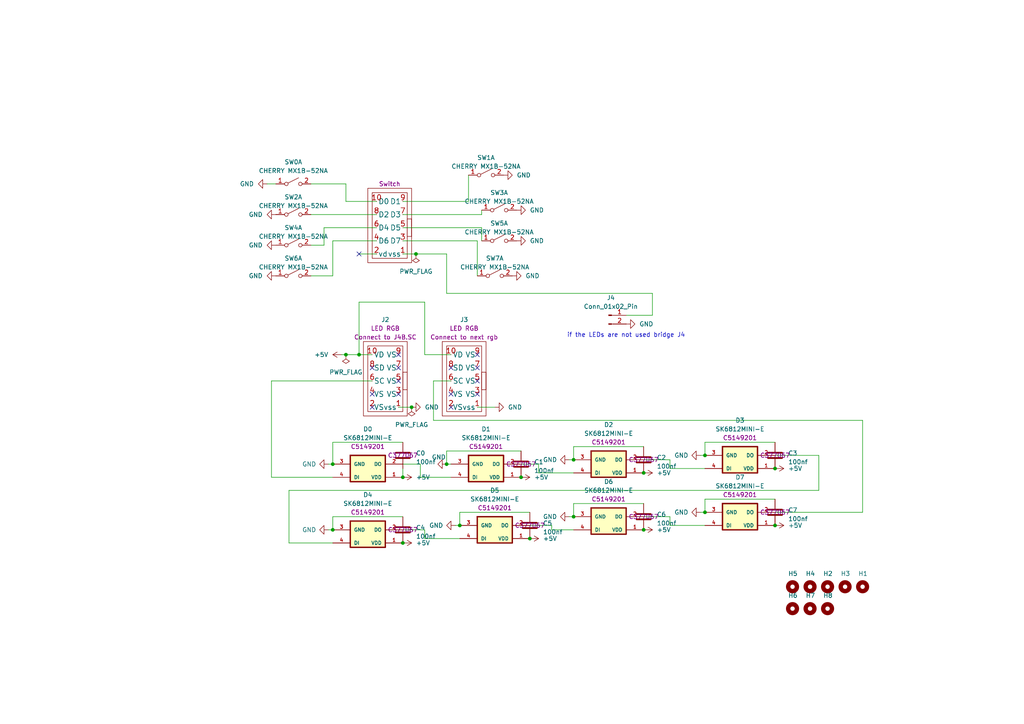
<source format=kicad_sch>
(kicad_sch (version 20231120) (generator "eeschema") (generator_version "8.0")
  (paper "A4")
  (lib_symbols
    (symbol "Connector:Conn_01x02_Pin" (pin_names (offset 1.016) hide)
      (property "Reference" "J" (at 0 2.54 0))
      (property "Value" "Conn_01x02_Pin" (at 0 -5.08 0))
      (symbol "Conn_01x02_Pin_1_1"
        (polyline (pts (xy 1.27 -2.54) (xy 0.8636 -2.54)) (stroke (width 0.1524)))
        (polyline (pts (xy 1.27 0) (xy 0.8636 0)) (stroke (width 0.1524)))
        (rectangle (start 0.8636 -2.413) (end 0 -2.667) (stroke (width 0.1524)) (fill (type outline)))
        (rectangle (start 0.8636 0.127) (end 0 -0.127) (stroke (width 0.1524)) (fill (type outline)))
        (pin passive line (at 5.08 0 180) (length 3.81) (name "Pin_1") (number "1"))
        (pin passive line (at 5.08 -2.54 180) (length 3.81) (name "Pin_2") (number "2"))
      )
    )
    (symbol "IDC-Header_2x05_P2.54mm_Vertical_1"
      (property "Reference" "J2" (at 0 17.78 0))
      (property "Champ4" "LED RGB" (at 0 15.24 0))
      (property "Champ5" "Connect to J4B.SC" (at 0 12.7 0))
      (symbol "IDC-Header_2x05_P2.54mm_Vertical_1_0_1"
        (rectangle (start -6.35 -10.16) (end 6.35 11.43))
        (rectangle (start -5.08 -8.89) (end 5.08 10.16))
        (rectangle (start 5.08 -2.54) (end 6.35 2.54))
      )
      (symbol "IDC-Header_2x05_P2.54mm_Vertical_1_1_1"
        (pin passive line (at 3.81 -7.62 180) (length 0) (name "vss") (number "1"))
        (pin passive line (at -3.81 7.62 0) (length 0) (name "VD") (number "10"))
        (pin passive line (at -3.81 -7.62 0) (length 0) (name "VS") (number "2"))
        (pin passive line (at 3.81 -3.81 180) (length 0) (name "VS") (number "3"))
        (pin passive line (at -3.81 -3.81 0) (length 0) (name "VS") (number "4"))
        (pin passive line (at 3.81 0 180) (length 0) (name "VS") (number "5"))
        (pin passive line (at -3.81 0 0) (length 0) (name "SC") (number "6"))
        (pin passive line (at 3.81 3.81 180) (length 0) (name "VS") (number "7"))
        (pin passive line (at -3.81 3.81 0) (length 0) (name "SD") (number "8"))
        (pin passive line (at 3.81 7.62 180) (length 0) (name "VS") (number "9"))
      )
    )
    (symbol "Mechanical:MountingHole" (pin_names (offset 1.016))
      (property "Reference" "H" (at 0 5.08 0))
      (property "Value" "MountingHole" (at 0 3.175 0))
      (symbol "MountingHole_0_1"
        (circle (center 0 0) (radius 1.27) (stroke (width 1.27)))
      )
    )
    (symbol "Switch:SW_DPST_x2" (pin_names (offset 0) hide)
      (property "Reference" "SW" (at 0 3.175 0))
      (property "Value" "SW_DPST_x2" (at 0 -2.54 0))
      (symbol "SW_DPST_x2_0_0"
        (circle (center -2.032 0) (radius 0.508))
        (polyline (pts (xy -1.524 0.254) (xy 1.524 1.778)))
        (circle (center 2.032 0) (radius 0.508))
      )
      (symbol "SW_DPST_x2_1_1"
        (pin passive line (at -5.08 0 0) (length 2.54) (name "A") (number "1"))
        (pin passive line (at 5.08 0 180) (length 2.54) (name "B") (number "2"))
      )
      (symbol "SW_DPST_x2_2_1"
        (pin passive line (at -5.08 0 0) (length 2.54) (name "A") (number "3"))
        (pin passive line (at 5.08 0 180) (length 2.54) (name "B") (number "4"))
      )
    )
    (symbol "ksir:SK6812MINI" (pin_names (offset 1.016))
      (property "Reference" "D1" (at 0 8.89 0))
      (property "Value" "SK6812MINI" (at 0 6.35 0))
      (property "JLCPCB Part #" "C2976072" (at 0 0 0))
      (symbol "SK6812MINI_0_0"
        (rectangle (start -5.08 3.81) (end 5.08 -3.81) (stroke (width 0.4064)) (fill (type background)))
      )
      (symbol "SK6812MINI_1_0"
        (pin power_in line (at 10.16 -2.54 180) (length 5.08) (name "VDD") (number "1"))
        (pin output line (at 10.16 1.27 180) (length 5.08) (name "DO") (number "2"))
        (pin power_in line (at -10.16 1.27 0) (length 5.08) (name "GND") (number "3"))
        (pin input line (at -10.16 -2.54 0) (length 5.08) (name "DI") (number "4"))
      )
    )
    (symbol "ksir_2023:C-100nf" (pin_numbers hide) (pin_names (offset 0.254))
      (property "Reference" "C1" (at 3.81 1.2701 0))
      (property "Value" "100nf" (at 3.81 -1.2699 0))
      (symbol "C-100nf_0_1"
        (polyline (pts (xy -2.032 -0.762) (xy 2.032 -0.762)) (stroke (width 0.508)))
        (polyline (pts (xy -2.032 0.762) (xy 2.032 0.762)) (stroke (width 0.508)))
      )
      (symbol "C-100nf_1_1"
        (pin passive line (at 0 3.81 270) (length 2.794) (name "~") (number "1"))
        (pin passive line (at 0 -3.81 90) (length 2.794) (name "~") (number "2"))
      )
    )
    (symbol "ksir_2023:IDC-Header_2x05_P2.54mm_Vertical"
      (property "Reference" "J?" (at 0 16.51 0))
      (property "Value" "IDC-Header_2x05_P2.54mm_Vertical" (at 0 13.97 0))
      (symbol "IDC-Header_2x05_P2.54mm_Vertical_0_1"
        (rectangle (start -6.35 -10.16) (end 6.35 11.43))
        (rectangle (start -5.08 -8.89) (end 5.08 10.16))
        (rectangle (start 5.08 -2.54) (end 6.35 2.54))
      )
      (symbol "IDC-Header_2x05_P2.54mm_Vertical_1_1"
        (pin passive line (at 3.81 -7.62 180) (length 0) (name "vss") (number "1"))
        (pin passive line (at -3.81 7.62 0) (length 0) (name "D0") (number "10"))
        (pin passive line (at -3.81 -7.62 0) (length 0) (name "vd") (number "2"))
        (pin passive line (at 3.81 -3.81 180) (length 0) (name "D7") (number "3"))
        (pin passive line (at -3.81 -3.81 0) (length 0) (name "D6") (number "4"))
        (pin passive line (at 3.81 0 180) (length 0) (name "D5") (number "5"))
        (pin passive line (at -3.81 0 0) (length 0) (name "D4") (number "6"))
        (pin passive line (at 3.81 3.81 180) (length 0) (name "D3") (number "7"))
        (pin passive line (at -3.81 3.81 0) (length 0) (name "D2") (number "8"))
        (pin passive line (at 3.81 7.62 180) (length 0) (name "D1") (number "9"))
      )
    )
    (symbol "power:+5V" (power) (pin_names (offset 0))
      (property "Value" "+5V" (at 0 3.556 0))
      (symbol "+5V_0_1"
        (polyline (pts (xy -0.762 1.27) (xy 0 2.54)))
        (polyline (pts (xy 0 0) (xy 0 2.54)))
        (polyline (pts (xy 0 2.54) (xy 0.762 1.27)))
      )
      (symbol "+5V_1_1"
        (pin power_in line (at 0 0 90) (length 0) hide (name "+5V") (number "1"))
      )
    )
    (symbol "power:GND" (power) (pin_names (offset 0))
      (property "Value" "GND" (at 0 -3.81 0))
      (symbol "GND_0_1"
        (polyline (pts (xy 0 0) (xy 0 -1.27) (xy 1.27 -1.27) (xy 0 -2.54) (xy -1.27 -1.27) (xy 0 -1.27)))
      )
      (symbol "GND_1_1"
        (pin power_in line (at 0 0 270) (length 0) hide (name "GND") (number "1"))
      )
    )
    (symbol "power:PWR_FLAG" (power) (pin_numbers hide) (pin_names (offset 0) hide)
      (property "Value" "PWR_FLAG" (at 0 3.81 0))
      (symbol "PWR_FLAG_0_0"
        (pin power_out line (at 0 0 90) (length 0) (name "pwr") (number "1"))
      )
      (symbol "PWR_FLAG_0_1"
        (polyline (pts (xy 0 0) (xy 0 1.27) (xy -1.016 1.905) (xy 0 2.54) (xy 1.016 1.905) (xy 0 1.27)))
      )
    )
  )
  (junction (at 119.38 118.11))
  (junction (at 129.54 134.62))
  (junction (at 104.14 102.87))
  (junction (at 133.35 152.4))
  (junction (at 153.67 156.21))
  (junction (at 100.33 102.87))
  (junction (at 96.52 134.62))
  (junction (at 166.37 149.86))
  (junction (at 224.79 135.89))
  (junction (at 116.84 138.43))
  (junction (at 186.69 153.67))
  (junction (at 96.52 153.67))
  (junction (at 186.69 137.16))
  (junction (at 116.84 157.48))
  (junction (at 166.37 133.35))
  (junction (at 224.79 152.4))
  (junction (at 204.47 148.59))
  (junction (at 120.65 73.66))
  (junction (at 151.13 138.43))
  (junction (at 204.47 132.08))
  (no_connect (at 115.57 102.87))
  (no_connect (at 138.43 102.87))
  (no_connect (at 107.95 106.68))
  (no_connect (at 115.57 114.3))
  (no_connect (at 115.57 110.49))
  (no_connect (at 104.14 73.66))
  (no_connect (at 138.43 114.3))
  (no_connect (at 115.57 106.68))
  (no_connect (at 130.81 118.11))
  (no_connect (at 138.43 110.49))
  (no_connect (at 130.81 106.68))
  (no_connect (at 138.43 106.68))
  (no_connect (at 107.95 114.3))
  (no_connect (at 130.81 114.3))
  (no_connect (at 107.95 118.11))
  (wire (pts (xy 95.25 153.67) (xy 96.52 153.67)))
  (wire (pts (xy 224.79 128.27) (xy 204.47 128.27)))
  (wire (pts (xy 100.33 58.42) (xy 100.33 53.34)))
  (wire (pts (xy 166.37 129.54) (xy 166.37 133.35)))
  (wire (pts (xy 194.31 149.86) (xy 194.31 152.4)))
  (wire (pts (xy 130.81 102.87) (xy 123.19 102.87)))
  (wire (pts (xy 78.74 110.49) (xy 78.74 138.43)))
  (wire (pts (xy 224.79 148.59) (xy 250.19 148.59)))
  (wire (pts (xy 104.14 102.87) (xy 107.95 102.87)))
  (wire (pts (xy 100.33 53.34) (xy 90.17 53.34)))
  (wire (pts (xy 83.82 142.24) (xy 83.82 157.48)))
  (wire (pts (xy 194.31 152.4) (xy 204.47 152.4)))
  (wire (pts (xy 104.14 87.63) (xy 104.14 102.87)))
  (wire (pts (xy 151.13 130.81) (xy 129.54 130.81)))
  (wire (pts (xy 138.43 69.85) (xy 138.43 80.01)))
  (wire (pts (xy 186.69 129.54) (xy 166.37 129.54)))
  (wire (pts (xy 153.67 152.4) (xy 160.02 152.4)))
  (wire (pts (xy 203.2 132.08) (xy 204.47 132.08)))
  (wire (pts (xy 96.52 128.27) (xy 96.52 134.62)))
  (wire (pts (xy 160.02 153.67) (xy 166.37 153.67)))
  (wire (pts (xy 160.02 152.4) (xy 160.02 153.67)))
  (wire (pts (xy 116.84 66.04) (xy 139.7 66.04)))
  (wire (pts (xy 116.84 135.89) (xy 116.84 138.43)))
  (wire (pts (xy 204.47 128.27) (xy 204.47 132.08)))
  (wire (pts (xy 166.37 146.05) (xy 166.37 149.86)))
  (wire (pts (xy 119.38 118.11) (xy 115.57 118.11)))
  (wire (pts (xy 90.17 80.01) (xy 96.52 80.01)))
  (wire (pts (xy 123.19 102.87) (xy 123.19 87.63)))
  (wire (pts (xy 99.06 102.87) (xy 100.33 102.87)))
  (wire (pts (xy 129.54 73.66) (xy 129.54 85.09)))
  (wire (pts (xy 77.47 53.34) (xy 80.01 53.34)))
  (wire (pts (xy 125.73 121.92) (xy 125.73 110.49)))
  (wire (pts (xy 139.7 66.04) (xy 139.7 69.85)))
  (wire (pts (xy 189.23 91.44) (xy 181.61 91.44)))
  (wire (pts (xy 125.73 110.49) (xy 130.81 110.49)))
  (wire (pts (xy 156.21 137.16) (xy 166.37 137.16)))
  (wire (pts (xy 203.2 148.59) (xy 204.47 148.59)))
  (wire (pts (xy 153.67 148.59) (xy 133.35 148.59)))
  (wire (pts (xy 133.35 148.59) (xy 133.35 152.4)))
  (wire (pts (xy 186.69 146.05) (xy 166.37 146.05)))
  (wire (pts (xy 83.82 157.48) (xy 96.52 157.48)))
  (wire (pts (xy 120.65 73.66) (xy 129.54 73.66)))
  (wire (pts (xy 123.19 87.63) (xy 104.14 87.63)))
  (wire (pts (xy 116.84 149.86) (xy 96.52 149.86)))
  (wire (pts (xy 96.52 80.01) (xy 96.52 69.85)))
  (wire (pts (xy 116.84 134.62) (xy 121.92 134.62)))
  (wire (pts (xy 95.25 134.62) (xy 96.52 134.62)))
  (wire (pts (xy 93.98 66.04) (xy 109.22 66.04)))
  (wire (pts (xy 100.33 102.87) (xy 104.14 102.87)))
  (wire (pts (xy 186.69 133.35) (xy 194.31 133.35)))
  (wire (pts (xy 194.31 135.89) (xy 204.47 135.89)))
  (wire (pts (xy 143.51 118.11) (xy 138.43 118.11)))
  (wire (pts (xy 123.19 156.21) (xy 133.35 156.21)))
  (wire (pts (xy 109.22 58.42) (xy 100.33 58.42)))
  (wire (pts (xy 151.13 134.62) (xy 156.21 134.62)))
  (wire (pts (xy 123.19 153.67) (xy 123.19 156.21)))
  (wire (pts (xy 96.52 69.85) (xy 109.22 69.85)))
  (wire (pts (xy 189.23 85.09) (xy 189.23 91.44)))
  (wire (pts (xy 78.74 138.43) (xy 96.52 138.43)))
  (wire (pts (xy 186.69 149.86) (xy 194.31 149.86)))
  (wire (pts (xy 129.54 134.62) (xy 130.81 134.62)))
  (wire (pts (xy 120.65 73.66) (xy 116.84 73.66)))
  (wire (pts (xy 116.84 62.23) (xy 139.7 62.23)))
  (wire (pts (xy 237.49 142.24) (xy 83.82 142.24)))
  (wire (pts (xy 250.19 121.92) (xy 125.73 121.92)))
  (wire (pts (xy 224.79 144.78) (xy 204.47 144.78)))
  (wire (pts (xy 237.49 132.08) (xy 237.49 142.24)))
  (wire (pts (xy 121.92 138.43) (xy 130.81 138.43)))
  (wire (pts (xy 194.31 133.35) (xy 194.31 135.89)))
  (wire (pts (xy 116.84 58.42) (xy 135.89 58.42)))
  (wire (pts (xy 204.47 144.78) (xy 204.47 148.59)))
  (wire (pts (xy 165.1 149.86) (xy 166.37 149.86)))
  (wire (pts (xy 116.84 153.67) (xy 123.19 153.67)))
  (wire (pts (xy 224.79 132.08) (xy 237.49 132.08)))
  (wire (pts (xy 116.84 128.27) (xy 96.52 128.27)))
  (wire (pts (xy 250.19 148.59) (xy 250.19 121.92)))
  (wire (pts (xy 90.17 62.23) (xy 109.22 62.23)))
  (wire (pts (xy 139.7 62.23) (xy 139.7 60.96)))
  (wire (pts (xy 121.92 134.62) (xy 121.92 138.43)))
  (wire (pts (xy 129.54 85.09) (xy 189.23 85.09)))
  (wire (pts (xy 107.95 110.49) (xy 78.74 110.49)))
  (wire (pts (xy 135.89 58.42) (xy 135.89 50.8)))
  (wire (pts (xy 116.84 69.85) (xy 138.43 69.85)))
  (wire (pts (xy 132.08 152.4) (xy 133.35 152.4)))
  (wire (pts (xy 96.52 149.86) (xy 96.52 153.67)))
  (wire (pts (xy 156.21 134.62) (xy 156.21 137.16)))
  (wire (pts (xy 90.17 71.12) (xy 93.98 71.12)))
  (wire (pts (xy 129.54 130.81) (xy 129.54 134.62)))
  (wire (pts (xy 104.14 73.66) (xy 109.22 73.66)))
  (wire (pts (xy 93.98 71.12) (xy 93.98 66.04)))
  (wire (pts (xy 165.1 133.35) (xy 166.37 133.35)))
  (text "if the LEDs are not used bridge J4" (at 181.61 97.282 0) (effects (font (size 1.27 1.27))))
  (symbol (lib_id "power:PWR_FLAG") (at 120.65 73.66 180) (unit 1)
    (property "Reference" "#FLG02" (effects (hide yes)))
    (property "Value" "PWR_FLAG" (at 120.65 78.74 0))
  )
  (symbol (lib_id "Switch:SW_DPST_x2") (at 140.97 50.8 0) (unit 1)
    (property "Reference" "SW1" (at 140.97 45.72 0))
    (property "Value" "CHERRY MX1B-52NA" (at 140.97 48.26 0))
    (property "Footprint" "ksir 2022:SW_Alps_Matias_1.00u_cherry_LP" (effects (hide yes)))
  )
  (symbol (lib_id "Connector:Conn_01x02_Pin") (at 176.53 91.44 0) (unit 1)
    (property "Reference" "J4" (at 177.165 86.36 0))
    (property "Value" "Conn_01x02_Pin" (at 177.165 88.9 0))
    (property "Footprint" "Connector_PinHeader_2.54mm:PinHeader_1x02_P2.54mm_Vertical" (effects (hide yes)))
    (property "Description" "Generic connector, single row, 01x02, script generated" (effects (hide yes)))
  )
  (symbol (lib_id "ksir:SK6812MINI") (at 176.53 151.13 0) (unit 1)
    (property "Reference" "D6" (at 176.53 139.7 0))
    (property "Value" "SK6812MINI-E" (at 176.53 142.24 0))
    (property "Footprint" "ksir 2022:SK6812-MINI-E" (effects (hide yes)))
    (property "STANDARD" "Manufacturer Recommendations" (effects (hide yes)))
    (property "MANUFACTURER" "Worldsemi" (effects (hide yes)))
    (property "JLCPCB Part #" "C5149201" (at 176.53 144.78 0))
  )
  (symbol (lib_id "ksir:SK6812MINI") (at 176.53 134.62 0) (unit 1)
    (property "Reference" "D2" (at 176.53 123.19 0))
    (property "Value" "SK6812MINI-E" (at 176.53 125.73 0))
    (property "Footprint" "ksir 2022:SK6812-MINI-E" (effects (hide yes)))
    (property "STANDARD" "Manufacturer Recommendations" (effects (hide yes)))
    (property "MANUFACTURER" "Worldsemi" (effects (hide yes)))
    (property "JLCPCB Part #" "C5149201" (at 176.53 128.27 0))
  )
  (symbol (lib_id "power:GND") (at 80.01 71.12 270) (unit 1)
    (property "Reference" "#PWR07" (effects (hide yes)))
    (property "Value" "GND" (at 76.2 71.1199 90) (effects (justify right)))
  )
  (symbol (lib_id "power:GND") (at 165.1 149.86 270) (unit 1)
    (property "Reference" "#PWR0127" (effects (hide yes)))
    (property "Value" "GND" (at 157.48 149.86 90) (effects (justify left)))
  )
  (symbol (lib_id "power:GND") (at 149.86 60.96 90) (unit 1)
    (property "Reference" "#PWR03" (effects (hide yes)))
    (property "Value" "GND" (at 153.67 60.9599 90) (effects (justify right)))
  )
  (symbol (lib_id "power:GND") (at 80.01 62.23 270) (unit 1)
    (property "Reference" "#PWR06" (effects (hide yes)))
    (property "Value" "GND" (at 76.2 62.2299 90) (effects (justify right)))
  )
  (symbol (lib_id "ksir:SK6812MINI") (at 106.68 154.94 0) (unit 1)
    (property "Reference" "D4" (at 106.68 143.51 0))
    (property "Value" "SK6812MINI-E" (at 106.68 146.05 0))
    (property "Footprint" "ksir 2022:SK6812-MINI-E" (effects (hide yes)))
    (property "STANDARD" "Manufacturer Recommendations" (effects (hide yes)))
    (property "MANUFACTURER" "Worldsemi" (effects (hide yes)))
    (property "JLCPCB Part #" "C5149201" (at 106.68 148.59 0))
  )
  (symbol (lib_id "power:+5V") (at 116.84 138.43 270) (unit 1)
    (property "Reference" "#PWR0112" (effects (hide yes)))
    (property "Value" "+5V" (at 120.65 138.4299 90) (effects (justify left)))
  )
  (symbol (lib_id "ksir:SK6812MINI") (at 214.63 149.86 0) (unit 1)
    (property "Reference" "D7" (at 214.63 138.43 0))
    (property "Value" "SK6812MINI-E" (at 214.63 140.97 0))
    (property "Footprint" "ksir 2022:SK6812-MINI-E" (effects (hide yes)))
    (property "STANDARD" "Manufacturer Recommendations" (effects (hide yes)))
    (property "MANUFACTURER" "Worldsemi" (effects (hide yes)))
    (property "JLCPCB Part #" "C5149201" (at 214.63 143.51 0))
  )
  (symbol (lib_id "ksir_2023:C-100nf") (at 116.84 132.08 0) (unit 1)
    (property "Reference" "C0" (at 120.65 131.445 0) (effects (justify left)))
    (property "Value" "100nf" (at 120.65 133.985 0) (effects (justify left)))
    (property "Footprint" "Capacitor_SMD:C_1206_3216Metric" (effects (hide yes)))
    (property "Champ4" "TCC1206X7R104M500DT" (effects (hide yes)))
    (property "JLCPCB Part #" "C377067" (at 116.84 132.08 0))
  )
  (symbol (lib_id "Switch:SW_DPST_x2") (at 85.09 62.23 0) (unit 1)
    (property "Reference" "SW2" (at 85.09 57.15 0))
    (property "Value" "CHERRY MX1B-52NA" (at 85.09 59.69 0))
    (property "Footprint" "ksir 2022:SW_Alps_Matias_1.00u_cherry_LP" (effects (hide yes)))
  )
  (symbol (lib_id "power:+5V") (at 153.67 156.21 270) (unit 1)
    (property "Reference" "#PWR0126" (effects (hide yes)))
    (property "Value" "+5V" (at 157.48 156.2099 90) (effects (justify left)))
  )
  (symbol (lib_id "power:GND") (at 148.59 80.01 90) (unit 1)
    (property "Reference" "#PWR01" (effects (hide yes)))
    (property "Value" "GND" (at 152.4 80.0099 90) (effects (justify right)))
  )
  (symbol (lib_id "power:GND") (at 95.25 134.62 270) (unit 1)
    (property "Reference" "#PWR0114" (effects (hide yes)))
    (property "Value" "GND" (at 87.63 134.62 90) (effects (justify left)))
  )
  (symbol (lib_id "ksir_2023:C-100nf") (at 116.84 153.67 0) (unit 1)
    (property "Reference" "C4" (at 120.65 153.035 0) (effects (justify left)))
    (property "Value" "100nf" (at 120.65 155.575 0) (effects (justify left)))
    (property "Footprint" "Capacitor_SMD:C_1206_3216Metric" (effects (hide yes)))
    (property "Champ4" "TCC1206X7R104M500DT" (effects (hide yes)))
    (property "JLCPCB Part #" "C377067" (at 116.84 153.67 0))
  )
  (symbol (lib_id "power:GND") (at 203.2 132.08 270) (unit 1)
    (property "Reference" "#PWR0123" (effects (hide yes)))
    (property "Value" "GND" (at 195.58 132.08 90) (effects (justify left)))
  )
  (symbol (lib_id "power:GND") (at 129.54 134.62 270) (unit 1)
    (property "Reference" "#PWR0116" (effects (hide yes)))
    (property "Value" "GND" (at 125.222 132.588 90) (effects (justify left)))
  )
  (symbol (lib_id "Switch:SW_DPST_x2") (at 144.78 69.85 0) (unit 1)
    (property "Reference" "SW5" (at 144.78 64.77 0))
    (property "Value" "CHERRY MX1B-52NA" (at 144.78 67.31 0))
    (property "Footprint" "ksir 2022:SW_Alps_Matias_1.00u_cherry_LP" (effects (hide yes)))
  )
  (symbol (lib_id "power:GND") (at 119.38 118.11 90) (unit 1)
    (property "Reference" "#PWR0128" (effects (hide yes)))
    (property "Value" "GND" (at 123.19 118.1099 90) (effects (justify right)))
  )
  (symbol (lib_id "Mechanical:MountingHole") (at 234.95 170.18 0) (unit 1)
    (property "Reference" "H4" (at 233.68 166.37 0) (effects (justify left)))
    (property "Value" "MountingHole" (effects (hide yes)))
    (property "Footprint" "MountingHole:MountingHole_3mm" (effects (hide yes)))
  )
  (symbol (lib_id "power:+5V") (at 116.84 157.48 270) (unit 1)
    (property "Reference" "#PWR0113" (effects (hide yes)))
    (property "Value" "+5V" (at 120.65 157.4799 90) (effects (justify left)))
  )
  (symbol (lib_id "power:GND") (at 77.47 53.34 270) (unit 1)
    (property "Reference" "#PWR05" (effects (hide yes)))
    (property "Value" "GND" (at 73.66 53.3399 90) (effects (justify right)))
  )
  (symbol (lib_id "Switch:SW_DPST_x2") (at 85.09 80.01 0) (unit 1)
    (property "Reference" "SW6" (at 85.09 74.93 0))
    (property "Value" "CHERRY MX1B-52NA" (at 85.09 77.47 0))
    (property "Footprint" "ksir 2022:SW_Alps_Matias_1.00u_cherry_LP" (effects (hide yes)))
  )
  (symbol (lib_id "power:GND") (at 181.61 93.98 90) (unit 1)
    (property "Reference" "#PWR010" (effects (hide yes)))
    (property "Value" "GND" (at 185.42 93.9799 90) (effects (justify right)))
  )
  (symbol (lib_id "power:+5V") (at 224.79 152.4 270) (unit 1)
    (property "Reference" "#PWR0118" (effects (hide yes)))
    (property "Value" "+5V" (at 228.6 152.3999 90) (effects (justify left)))
  )
  (symbol (lib_id "power:PWR_FLAG") (at 119.38 118.11 180) (unit 1)
    (property "Reference" "#FLG01" (effects (hide yes)))
    (property "Value" "PWR_FLAG" (at 119.38 123.19 0))
  )
  (symbol (lib_id "power:GND") (at 203.2 148.59 270) (unit 1)
    (property "Reference" "#PWR0125" (effects (hide yes)))
    (property "Value" "GND" (at 195.58 148.59 90) (effects (justify left)))
  )
  (symbol (lib_id "power:GND") (at 146.05 50.8 90) (unit 1)
    (property "Reference" "#PWR04" (effects (hide yes)))
    (property "Value" "GND" (at 149.86 50.7999 90) (effects (justify right)))
  )
  (symbol (lib_id "Switch:SW_DPST_x2") (at 144.78 60.96 0) (unit 1)
    (property "Reference" "SW3" (at 144.78 55.88 0))
    (property "Value" "CHERRY MX1B-52NA" (at 144.78 58.42 0))
    (property "Footprint" "ksir 2022:SW_Alps_Matias_1.00u_cherry_LP" (effects (hide yes)))
  )
  (symbol (lib_id "Switch:SW_DPST_x2") (at 85.09 53.34 0) (unit 1)
    (property "Reference" "SW0" (at 85.09 46.99 0))
    (property "Value" "CHERRY MX1B-52NA" (at 85.09 49.53 0))
    (property "Footprint" "ksir 2022:SW_Alps_Matias_1.00u_cherry_LP" (effects (hide yes)))
  )
  (symbol (lib_id "ksir_2023:C-100nf") (at 224.79 132.08 0) (unit 1)
    (property "Reference" "C3" (at 228.6 131.445 0) (effects (justify left)))
    (property "Value" "100nf" (at 228.6 133.985 0) (effects (justify left)))
    (property "Footprint" "Capacitor_SMD:C_1206_3216Metric" (effects (hide yes)))
    (property "Champ4" "TCC1206X7R104M500DT" (effects (hide yes)))
    (property "JLCPCB Part #" "C377067" (at 224.79 132.08 0))
  )
  (symbol (lib_id "power:+5V") (at 99.06 102.87 90) (unit 1)
    (property "Reference" "#PWR0106" (effects (hide yes)))
    (property "Value" "+5V" (at 95.25 102.8699 90) (effects (justify left)))
  )
  (symbol (lib_id "power:+5V") (at 186.69 153.67 270) (unit 1)
    (property "Reference" "#PWR0122" (effects (hide yes)))
    (property "Value" "+5V" (at 190.5 153.6699 90) (effects (justify left)))
  )
  (symbol (lib_id "Mechanical:MountingHole") (at 229.87 170.18 0) (unit 1)
    (property "Reference" "H5" (at 228.6 166.37 0) (effects (justify left)))
    (property "Value" "MountingHole" (effects (hide yes)))
    (property "Footprint" "MountingHole:MountingHole_3mm" (effects (hide yes)))
  )
  (symbol (lib_name "IDC-Header_2x05_P2.54mm_Vertical_1") (lib_id "ksir_2023:IDC-Header_2x05_P2.54mm_Vertical") (at 111.76 110.49 0) (unit 1)
    (property "Reference" "J2" (at 111.76 92.71 0))
    (property "Value" "IDC-Header_2x05_P2.54mm_Vertical" (effects (hide yes)))
    (property "Footprint" "Connector_IDC:IDC-Header_2x05_P2.54mm_Vertical" (effects (hide yes)))
    (property "Champ4" "LED RGB" (at 111.76 95.25 0))
    (property "Champ5" "Connect to J4B.SC" (at 111.76 97.79 0))
  )
  (symbol (lib_id "power:GND") (at 149.86 69.85 90) (unit 1)
    (property "Reference" "#PWR02" (effects (hide yes)))
    (property "Value" "GND" (at 153.67 69.8499 90) (effects (justify right)))
  )
  (symbol (lib_id "Mechanical:MountingHole") (at 245.11 170.18 0) (unit 1)
    (property "Reference" "H3" (at 243.84 166.37 0) (effects (justify left)))
    (property "Value" "MountingHole" (effects (hide yes)))
    (property "Footprint" "MountingHole:MountingHole_3mm" (effects (hide yes)))
  )
  (symbol (lib_id "power:PWR_FLAG") (at 100.33 102.87 180) (unit 1)
    (property "Reference" "#FLG03" (effects (hide yes)))
    (property "Value" "PWR_FLAG" (at 100.33 107.95 0))
  )
  (symbol (lib_id "ksir_2023:C-100nf") (at 186.69 133.35 0) (unit 1)
    (property "Reference" "C2" (at 190.5 132.715 0) (effects (justify left)))
    (property "Value" "100nf" (at 190.5 135.255 0) (effects (justify left)))
    (property "Footprint" "Capacitor_SMD:C_1206_3216Metric" (effects (hide yes)))
    (property "Champ4" "TCC1206X7R104M500DT" (effects (hide yes)))
    (property "JLCPCB Part #" "C377067" (at 186.69 133.35 0))
  )
  (symbol (lib_id "ksir:SK6812MINI") (at 143.51 153.67 0) (unit 1)
    (property "Reference" "D5" (at 143.51 142.24 0))
    (property "Value" "SK6812MINI-E" (at 143.51 144.78 0))
    (property "Footprint" "ksir 2022:SK6812-MINI-E" (effects (hide yes)))
    (property "STANDARD" "Manufacturer Recommendations" (effects (hide yes)))
    (property "MANUFACTURER" "Worldsemi" (effects (hide yes)))
    (property "JLCPCB Part #" "C5149201" (at 143.51 147.32 0))
  )
  (symbol (lib_id "Mechanical:MountingHole") (at 250.19 170.18 0) (unit 1)
    (property "Reference" "H1" (at 248.92 166.37 0) (effects (justify left)))
    (property "Value" "MountingHole" (effects (hide yes)))
    (property "Footprint" "MountingHole:MountingHole_3mm" (effects (hide yes)))
  )
  (symbol (lib_id "Switch:SW_DPST_x2") (at 143.51 80.01 0) (unit 1)
    (property "Reference" "SW7" (at 143.51 74.93 0))
    (property "Value" "CHERRY MX1B-52NA" (at 143.51 77.47 0))
    (property "Footprint" "ksir 2022:SW_Alps_Matias_1.00u_cherry_LP" (effects (hide yes)))
  )
  (symbol (lib_id "power:GND") (at 132.08 152.4 270) (unit 1)
    (property "Reference" "#PWR0117" (effects (hide yes)))
    (property "Value" "GND" (at 124.46 152.4 90) (effects (justify left)))
  )
  (symbol (lib_id "power:+5V") (at 151.13 138.43 270) (unit 1)
    (property "Reference" "#PWR0120" (effects (hide yes)))
    (property "Value" "+5V" (at 154.94 138.4299 90) (effects (justify left)))
  )
  (symbol (lib_id "ksir:SK6812MINI") (at 106.68 135.89 0) (unit 1)
    (property "Reference" "D0" (at 106.68 124.46 0))
    (property "Value" "SK6812MINI-E" (at 106.68 127 0))
    (property "Footprint" "ksir 2022:SK6812-MINI-E" (effects (hide yes)))
    (property "STANDARD" "Manufacturer Recommendations" (effects (hide yes)))
    (property "MANUFACTURER" "Worldsemi" (effects (hide yes)))
    (property "JLCPCB Part #" "C5149201" (at 106.68 129.54 0))
  )
  (symbol (lib_id "Switch:SW_DPST_x2") (at 85.09 71.12 0) (unit 1)
    (property "Reference" "SW4" (at 85.09 66.04 0))
    (property "Value" "CHERRY MX1B-52NA" (at 85.09 68.58 0))
    (property "Footprint" "ksir 2022:SW_Alps_Matias_1.00u_cherry_LP" (effects (hide yes)))
  )
  (symbol (lib_id "ksir:SK6812MINI") (at 140.97 135.89 0) (unit 1)
    (property "Reference" "D1" (at 140.97 124.46 0))
    (property "Value" "SK6812MINI-E" (at 140.97 127 0))
    (property "Footprint" "ksir 2022:SK6812-MINI-E" (effects (hide yes)))
    (property "STANDARD" "Manufacturer Recommendations" (effects (hide yes)))
    (property "MANUFACTURER" "Worldsemi" (effects (hide yes)))
    (property "JLCPCB Part #" "C5149201" (at 140.97 129.54 0))
  )
  (symbol (lib_id "Mechanical:MountingHole") (at 240.03 176.53 0) (unit 1)
    (property "Reference" "H8" (at 238.76 172.72 0) (effects (justify left)))
    (property "Value" "MountingHole" (effects (hide yes)))
    (property "Footprint" "MountingHole:MountingHole_3mm" (effects (hide yes)))
  )
  (symbol (lib_id "power:GND") (at 165.1 133.35 270) (unit 1)
    (property "Reference" "#PWR0121" (effects (hide yes)))
    (property "Value" "GND" (at 157.48 133.35 90) (effects (justify left)))
  )
  (symbol (lib_id "power:GND") (at 80.01 80.01 270) (unit 1)
    (property "Reference" "#PWR08" (effects (hide yes)))
    (property "Value" "GND" (at 76.2 80.0099 90) (effects (justify right)))
  )
  (symbol (lib_id "ksir_2023:IDC-Header_2x05_P2.54mm_Vertical") (at 113.03 66.04 0) (unit 1)
    (property "Reference" "J1" (effects (hide yes)))
    (property "Value" "IDC-Header_2x05_P2.54mm_Vertical" (effects (hide yes)))
    (property "Footprint" "Connector_IDC:IDC-Header_2x05_P2.54mm_Vertical" (effects (hide yes)))
    (property "Champ4" "Switch" (at 113.03 53.34 0))
  )
  (symbol (lib_id "Mechanical:MountingHole") (at 229.87 176.53 0) (unit 1)
    (property "Reference" "H6" (at 228.6 172.72 0) (effects (justify left)))
    (property "Value" "MountingHole" (effects (hide yes)))
    (property "Footprint" "MountingHole:MountingHole_3mm" (effects (hide yes)))
  )
  (symbol (lib_id "ksir_2023:C-100nf") (at 151.13 134.62 0) (unit 1)
    (property "Reference" "C1" (at 154.94 133.985 0) (effects (justify left)))
    (property "Value" "100nf" (at 154.94 136.525 0) (effects (justify left)))
    (property "Footprint" "Capacitor_SMD:C_1206_3216Metric" (effects (hide yes)))
    (property "Champ4" "TCC1206X7R104M500DT" (effects (hide yes)))
    (property "JLCPCB Part #" "C377067" (at 151.13 134.62 0))
  )
  (symbol (lib_id "ksir:SK6812MINI") (at 214.63 133.35 0) (unit 1)
    (property "Reference" "D3" (at 214.63 121.92 0))
    (property "Value" "SK6812MINI-E" (at 214.63 124.46 0))
    (property "Footprint" "ksir 2022:SK6812-MINI-E" (effects (hide yes)))
    (property "STANDARD" "Manufacturer Recommendations" (effects (hide yes)))
    (property "MANUFACTURER" "Worldsemi" (effects (hide yes)))
    (property "JLCPCB Part #" "C5149201" (at 214.63 127 0))
  )
  (symbol (lib_id "power:+5V") (at 224.79 135.89 270) (unit 1)
    (property "Reference" "#PWR0119" (effects (hide yes)))
    (property "Value" "+5V" (at 228.6 135.8899 90) (effects (justify left)))
  )
  (symbol (lib_id "power:GND") (at 95.25 153.67 270) (unit 1)
    (property "Reference" "#PWR0115" (effects (hide yes)))
    (property "Value" "GND" (at 87.63 153.67 90) (effects (justify left)))
  )
  (symbol (lib_id "power:+5V") (at 186.69 137.16 270) (unit 1)
    (property "Reference" "#PWR0124" (effects (hide yes)))
    (property "Value" "+5V" (at 190.5 137.1599 90) (effects (justify left)))
  )
  (symbol (lib_id "ksir_2023:C-100nf") (at 153.67 152.4 0) (unit 1)
    (property "Reference" "C5" (at 157.48 151.765 0) (effects (justify left)))
    (property "Value" "100nf" (at 157.48 154.305 0) (effects (justify left)))
    (property "Footprint" "Capacitor_SMD:C_1206_3216Metric" (effects (hide yes)))
    (property "Champ4" "TCC1206X7R104M500DT" (effects (hide yes)))
    (property "JLCPCB Part #" "C377067" (at 153.67 152.4 0))
  )
  (symbol (lib_id "ksir_2023:C-100nf") (at 224.79 148.59 0) (unit 1)
    (property "Reference" "C7" (at 228.6 147.955 0) (effects (justify left)))
    (property "Value" "100nf" (at 228.6 150.495 0) (effects (justify left)))
    (property "Footprint" "Capacitor_SMD:C_1206_3216Metric" (effects (hide yes)))
    (property "Champ4" "TCC1206X7R104M500DT" (effects (hide yes)))
    (property "JLCPCB Part #" "C377067" (at 224.79 148.59 0))
  )
  (symbol (lib_id "Mechanical:MountingHole") (at 240.03 170.18 0) (unit 1)
    (property "Reference" "H2" (at 238.76 166.37 0) (effects (justify left)))
    (property "Value" "MountingHole" (effects (hide yes)))
    (property "Footprint" "MountingHole:MountingHole_3mm" (effects (hide yes)))
  )
  (symbol (lib_id "Mechanical:MountingHole") (at 234.95 176.53 0) (unit 1)
    (property "Reference" "H7" (at 233.68 172.72 0) (effects (justify left)))
    (property "Value" "MountingHole" (effects (hide yes)))
    (property "Footprint" "MountingHole:MountingHole_3mm" (effects (hide yes)))
  )
  (symbol (lib_name "IDC-Header_2x05_P2.54mm_Vertical_1") (lib_id "ksir_2023:IDC-Header_2x05_P2.54mm_Vertical") (at 134.62 110.49 0) (unit 1)
    (property "Reference" "J3" (at 134.62 92.71 0))
    (property "Value" "IDC-Header_2x05_P2.54mm_Vertical" (effects (hide yes)))
    (property "Footprint" "Connector_IDC:IDC-Header_2x05_P2.54mm_Vertical" (effects (hide yes)))
    (property "Champ4" "LED RGB" (at 134.62 95.25 0))
    (property "Champ5" "Connect to next rgb" (at 134.62 97.79 0))
  )
  (symbol (lib_id "power:GND") (at 143.51 118.11 90) (unit 1)
    (property "Reference" "#PWR0129" (effects (hide yes)))
    (property "Value" "GND" (at 147.32 118.1099 90) (effects (justify right)))
  )
  (symbol (lib_id "ksir_2023:C-100nf") (at 186.69 149.86 0) (unit 1)
    (property "Reference" "C6" (at 190.5 149.225 0) (effects (justify left)))
    (property "Value" "100nf" (at 190.5 151.765 0) (effects (justify left)))
    (property "Footprint" "Capacitor_SMD:C_1206_3216Metric" (effects (hide yes)))
    (property "Champ4" "TCC1206X7R104M500DT" (effects (hide yes)))
    (property "JLCPCB Part #" "C377067" (at 186.69 149.86 0))
  )
)
</source>
